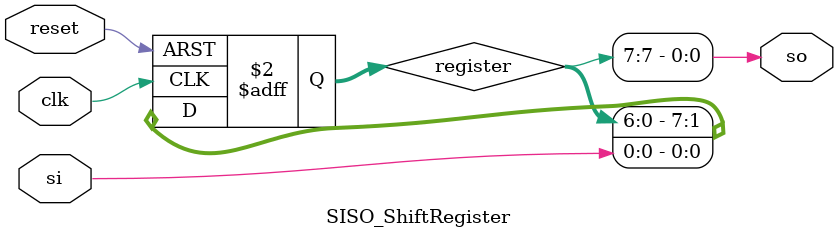
<source format=sv>
module SISO_ShiftRegister (
    input wire clk,     // Clock input
    input wire reset,   // Reset input
    input wire si,      // Serial input
    output wire so      // Serial output
);

reg [7:0] register;   // 8-bit shift register

always @(posedge clk or posedge reset) begin
    if (reset) begin
        // Reset the register to all zeros
        register <= 8'b0;
    end else begin
        // Shift the data in from si and shift the data out to so
        register <= {register[6:0], si};
    end
end

assign so = register[7]; // The serial output is the most significant bit of the register

endmodule

</source>
